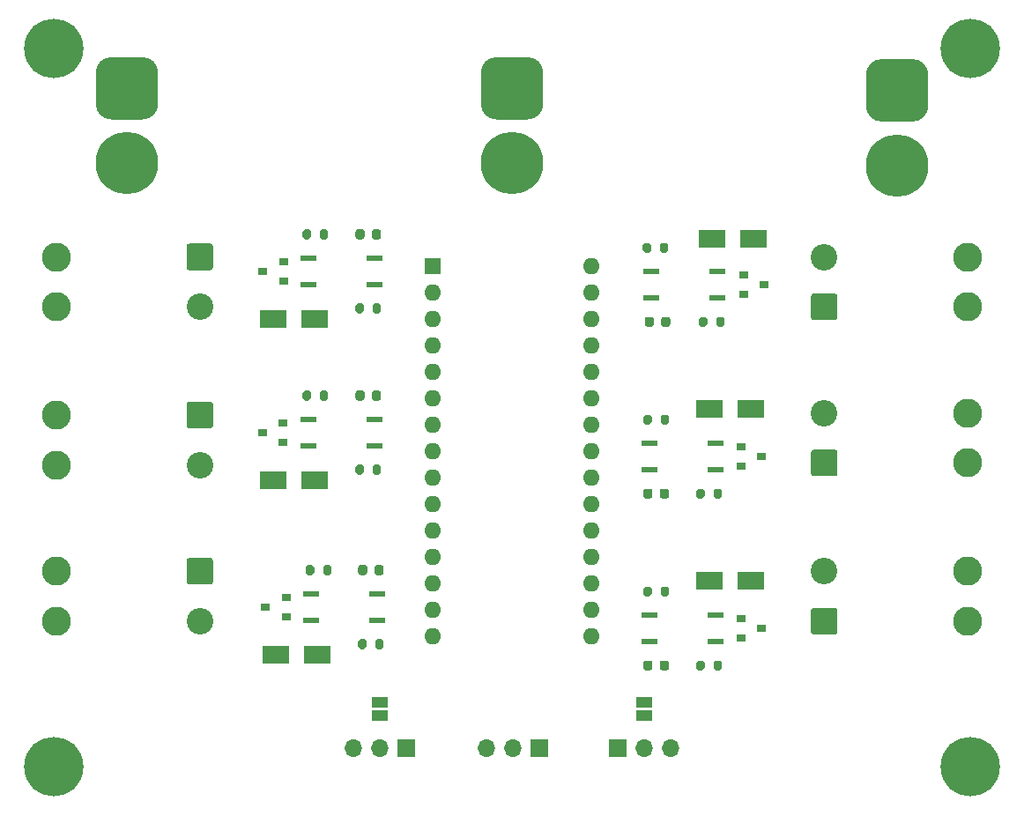
<source format=gbr>
G04 #@! TF.GenerationSoftware,KiCad,Pcbnew,(5.1.9)-1*
G04 #@! TF.CreationDate,2021-06-08T18:40:06+01:00*
G04 #@! TF.ProjectId,BrushlessPlatform V1 - SMD,42727573-686c-4657-9373-506c6174666f,rev?*
G04 #@! TF.SameCoordinates,Original*
G04 #@! TF.FileFunction,Soldermask,Top*
G04 #@! TF.FilePolarity,Negative*
%FSLAX46Y46*%
G04 Gerber Fmt 4.6, Leading zero omitted, Abs format (unit mm)*
G04 Created by KiCad (PCBNEW (5.1.9)-1) date 2021-06-08 18:40:06*
%MOMM*%
%LPD*%
G01*
G04 APERTURE LIST*
%ADD10C,2.800000*%
%ADD11C,2.550000*%
%ADD12C,6.000000*%
%ADD13C,5.700000*%
%ADD14O,1.600000X1.600000*%
%ADD15R,1.600000X1.600000*%
%ADD16R,2.500000X1.800000*%
%ADD17R,1.500000X0.600000*%
%ADD18R,0.900000X0.800000*%
%ADD19R,1.500000X1.000000*%
%ADD20O,1.700000X1.700000*%
%ADD21R,1.700000X1.700000*%
G04 APERTURE END LIST*
D10*
X-109800000Y-59800000D03*
X-109800000Y-55000000D03*
D11*
X-96000000Y-59800000D03*
G36*
G01*
X-97025001Y-53725000D02*
X-94974999Y-53725000D01*
G75*
G02*
X-94725000Y-53974999I0J-249999D01*
G01*
X-94725000Y-56025001D01*
G75*
G02*
X-94974999Y-56275000I-249999J0D01*
G01*
X-97025001Y-56275000D01*
G75*
G02*
X-97275000Y-56025001I0J249999D01*
G01*
X-97275000Y-53974999D01*
G75*
G02*
X-97025001Y-53725000I249999J0D01*
G01*
G37*
G36*
G01*
X-30500000Y-36000000D02*
X-27500000Y-36000000D01*
G75*
G02*
X-26000000Y-37500000I0J-1500000D01*
G01*
X-26000000Y-40500000D01*
G75*
G02*
X-27500000Y-42000000I-1500000J0D01*
G01*
X-30500000Y-42000000D01*
G75*
G02*
X-32000000Y-40500000I0J1500000D01*
G01*
X-32000000Y-37500000D01*
G75*
G02*
X-30500000Y-36000000I1500000J0D01*
G01*
G37*
D12*
X-29000000Y-46200000D03*
G36*
G01*
X-104500000Y-35800000D02*
X-101500000Y-35800000D01*
G75*
G02*
X-100000000Y-37300000I0J-1500000D01*
G01*
X-100000000Y-40300000D01*
G75*
G02*
X-101500000Y-41800000I-1500000J0D01*
G01*
X-104500000Y-41800000D01*
G75*
G02*
X-106000000Y-40300000I0J1500000D01*
G01*
X-106000000Y-37300000D01*
G75*
G02*
X-104500000Y-35800000I1500000J0D01*
G01*
G37*
X-103000000Y-46000000D03*
G36*
G01*
X-67500000Y-35800000D02*
X-64500000Y-35800000D01*
G75*
G02*
X-63000000Y-37300000I0J-1500000D01*
G01*
X-63000000Y-40300000D01*
G75*
G02*
X-64500000Y-41800000I-1500000J0D01*
G01*
X-67500000Y-41800000D01*
G75*
G02*
X-69000000Y-40300000I0J1500000D01*
G01*
X-69000000Y-37300000D01*
G75*
G02*
X-67500000Y-35800000I1500000J0D01*
G01*
G37*
X-66000000Y-46000000D03*
D13*
X-110000000Y-104000000D03*
X-110000000Y-35000000D03*
D14*
X-58420000Y-91440000D03*
X-73660000Y-91440000D03*
X-58420000Y-55880000D03*
X-73660000Y-88900000D03*
X-58420000Y-58420000D03*
X-73660000Y-86360000D03*
X-58420000Y-60960000D03*
X-73660000Y-83820000D03*
X-58420000Y-63500000D03*
X-73660000Y-81280000D03*
X-58420000Y-66040000D03*
X-73660000Y-78740000D03*
X-58420000Y-68580000D03*
X-73660000Y-76200000D03*
X-58420000Y-71120000D03*
X-73660000Y-73660000D03*
X-58420000Y-73660000D03*
X-73660000Y-71120000D03*
X-58420000Y-76200000D03*
X-73660000Y-68580000D03*
X-58420000Y-78740000D03*
X-73660000Y-66040000D03*
X-58420000Y-81280000D03*
X-73660000Y-63500000D03*
X-58420000Y-83820000D03*
X-73660000Y-60960000D03*
X-58420000Y-86360000D03*
X-73660000Y-58420000D03*
X-58420000Y-88900000D03*
D15*
X-73660000Y-55880000D03*
D10*
X-109800000Y-90000000D03*
X-109800000Y-85200000D03*
D11*
X-96000000Y-90000000D03*
G36*
G01*
X-97025001Y-83925000D02*
X-94974999Y-83925000D01*
G75*
G02*
X-94725000Y-84174999I0J-249999D01*
G01*
X-94725000Y-86225001D01*
G75*
G02*
X-94974999Y-86475000I-249999J0D01*
G01*
X-97025001Y-86475000D01*
G75*
G02*
X-97275000Y-86225001I0J249999D01*
G01*
X-97275000Y-84174999D01*
G75*
G02*
X-97025001Y-83925000I249999J0D01*
G01*
G37*
D10*
X-109800000Y-75000000D03*
X-109800000Y-70200000D03*
D11*
X-96000000Y-75000000D03*
G36*
G01*
X-97025001Y-68925000D02*
X-94974999Y-68925000D01*
G75*
G02*
X-94725000Y-69174999I0J-249999D01*
G01*
X-94725000Y-71225001D01*
G75*
G02*
X-94974999Y-71475000I-249999J0D01*
G01*
X-97025001Y-71475000D01*
G75*
G02*
X-97275000Y-71225001I0J249999D01*
G01*
X-97275000Y-69174999D01*
G75*
G02*
X-97025001Y-68925000I249999J0D01*
G01*
G37*
D10*
X-22200000Y-85200000D03*
X-22200000Y-90000000D03*
D11*
X-36000000Y-85200000D03*
G36*
G01*
X-34974999Y-91275000D02*
X-37025001Y-91275000D01*
G75*
G02*
X-37275000Y-91025001I0J249999D01*
G01*
X-37275000Y-88974999D01*
G75*
G02*
X-37025001Y-88725000I249999J0D01*
G01*
X-34974999Y-88725000D01*
G75*
G02*
X-34725000Y-88974999I0J-249999D01*
G01*
X-34725000Y-91025001D01*
G75*
G02*
X-34974999Y-91275000I-249999J0D01*
G01*
G37*
D10*
X-22200000Y-70000000D03*
X-22200000Y-74800000D03*
D11*
X-36000000Y-70000000D03*
G36*
G01*
X-34974999Y-76075000D02*
X-37025001Y-76075000D01*
G75*
G02*
X-37275000Y-75825001I0J249999D01*
G01*
X-37275000Y-73774999D01*
G75*
G02*
X-37025001Y-73525000I249999J0D01*
G01*
X-34974999Y-73525000D01*
G75*
G02*
X-34725000Y-73774999I0J-249999D01*
G01*
X-34725000Y-75825001D01*
G75*
G02*
X-34974999Y-76075000I-249999J0D01*
G01*
G37*
D10*
X-22200000Y-55000000D03*
X-22200000Y-59800000D03*
D11*
X-36000000Y-55000000D03*
G36*
G01*
X-34974999Y-61075000D02*
X-37025001Y-61075000D01*
G75*
G02*
X-37275000Y-60825001I0J249999D01*
G01*
X-37275000Y-58774999D01*
G75*
G02*
X-37025001Y-58525000I249999J0D01*
G01*
X-34974999Y-58525000D01*
G75*
G02*
X-34725000Y-58774999I0J-249999D01*
G01*
X-34725000Y-60825001D01*
G75*
G02*
X-34974999Y-61075000I-249999J0D01*
G01*
G37*
D13*
X-22000000Y-35000000D03*
X-22000000Y-104000000D03*
D16*
X-88676000Y-93218000D03*
X-84676000Y-93218000D03*
X-88930000Y-76454000D03*
X-84930000Y-76454000D03*
X-88930000Y-60960000D03*
X-84930000Y-60960000D03*
X-43036000Y-86122000D03*
X-47036000Y-86122000D03*
X-43036000Y-69612000D03*
X-47036000Y-69612000D03*
D17*
X-85279000Y-89916000D03*
X-85279000Y-87376000D03*
X-78929000Y-87376000D03*
X-78929000Y-89916000D03*
X-85533000Y-73152000D03*
X-85533000Y-70612000D03*
X-79183000Y-70612000D03*
X-79183000Y-73152000D03*
X-85533000Y-57658000D03*
X-85533000Y-55118000D03*
X-79183000Y-55118000D03*
X-79183000Y-57658000D03*
X-46433000Y-89424000D03*
X-46433000Y-91964000D03*
X-52783000Y-91964000D03*
X-52783000Y-89424000D03*
X-46433000Y-72914000D03*
X-46433000Y-75454000D03*
X-52783000Y-75454000D03*
X-52783000Y-72914000D03*
X-46306000Y-56404000D03*
X-46306000Y-58944000D03*
X-52656000Y-58944000D03*
X-52656000Y-56404000D03*
G36*
G01*
X-84157000Y-85365000D02*
X-84157000Y-84815000D01*
G75*
G02*
X-83957000Y-84615000I200000J0D01*
G01*
X-83557000Y-84615000D01*
G75*
G02*
X-83357000Y-84815000I0J-200000D01*
G01*
X-83357000Y-85365000D01*
G75*
G02*
X-83557000Y-85565000I-200000J0D01*
G01*
X-83957000Y-85565000D01*
G75*
G02*
X-84157000Y-85365000I0J200000D01*
G01*
G37*
G36*
G01*
X-85807000Y-85365000D02*
X-85807000Y-84815000D01*
G75*
G02*
X-85607000Y-84615000I200000J0D01*
G01*
X-85207000Y-84615000D01*
G75*
G02*
X-85007000Y-84815000I0J-200000D01*
G01*
X-85007000Y-85365000D01*
G75*
G02*
X-85207000Y-85565000I-200000J0D01*
G01*
X-85607000Y-85565000D01*
G75*
G02*
X-85807000Y-85365000I0J200000D01*
G01*
G37*
G36*
G01*
X-84473000Y-68601000D02*
X-84473000Y-68051000D01*
G75*
G02*
X-84273000Y-67851000I200000J0D01*
G01*
X-83873000Y-67851000D01*
G75*
G02*
X-83673000Y-68051000I0J-200000D01*
G01*
X-83673000Y-68601000D01*
G75*
G02*
X-83873000Y-68801000I-200000J0D01*
G01*
X-84273000Y-68801000D01*
G75*
G02*
X-84473000Y-68601000I0J200000D01*
G01*
G37*
G36*
G01*
X-86123000Y-68601000D02*
X-86123000Y-68051000D01*
G75*
G02*
X-85923000Y-67851000I200000J0D01*
G01*
X-85523000Y-67851000D01*
G75*
G02*
X-85323000Y-68051000I0J-200000D01*
G01*
X-85323000Y-68601000D01*
G75*
G02*
X-85523000Y-68801000I-200000J0D01*
G01*
X-85923000Y-68801000D01*
G75*
G02*
X-86123000Y-68601000I0J200000D01*
G01*
G37*
G36*
G01*
X-84473000Y-53107000D02*
X-84473000Y-52557000D01*
G75*
G02*
X-84273000Y-52357000I200000J0D01*
G01*
X-83873000Y-52357000D01*
G75*
G02*
X-83673000Y-52557000I0J-200000D01*
G01*
X-83673000Y-53107000D01*
G75*
G02*
X-83873000Y-53307000I-200000J0D01*
G01*
X-84273000Y-53307000D01*
G75*
G02*
X-84473000Y-53107000I0J200000D01*
G01*
G37*
G36*
G01*
X-86123000Y-53107000D02*
X-86123000Y-52557000D01*
G75*
G02*
X-85923000Y-52357000I200000J0D01*
G01*
X-85523000Y-52357000D01*
G75*
G02*
X-85323000Y-52557000I0J-200000D01*
G01*
X-85323000Y-53107000D01*
G75*
G02*
X-85523000Y-53307000I-200000J0D01*
G01*
X-85923000Y-53307000D01*
G75*
G02*
X-86123000Y-53107000I0J200000D01*
G01*
G37*
G36*
G01*
X-47493000Y-93975000D02*
X-47493000Y-94525000D01*
G75*
G02*
X-47693000Y-94725000I-200000J0D01*
G01*
X-48093000Y-94725000D01*
G75*
G02*
X-48293000Y-94525000I0J200000D01*
G01*
X-48293000Y-93975000D01*
G75*
G02*
X-48093000Y-93775000I200000J0D01*
G01*
X-47693000Y-93775000D01*
G75*
G02*
X-47493000Y-93975000I0J-200000D01*
G01*
G37*
G36*
G01*
X-45843000Y-93975000D02*
X-45843000Y-94525000D01*
G75*
G02*
X-46043000Y-94725000I-200000J0D01*
G01*
X-46443000Y-94725000D01*
G75*
G02*
X-46643000Y-94525000I0J200000D01*
G01*
X-46643000Y-93975000D01*
G75*
G02*
X-46443000Y-93775000I200000J0D01*
G01*
X-46043000Y-93775000D01*
G75*
G02*
X-45843000Y-93975000I0J-200000D01*
G01*
G37*
G36*
G01*
X-47493000Y-77465000D02*
X-47493000Y-78015000D01*
G75*
G02*
X-47693000Y-78215000I-200000J0D01*
G01*
X-48093000Y-78215000D01*
G75*
G02*
X-48293000Y-78015000I0J200000D01*
G01*
X-48293000Y-77465000D01*
G75*
G02*
X-48093000Y-77265000I200000J0D01*
G01*
X-47693000Y-77265000D01*
G75*
G02*
X-47493000Y-77465000I0J-200000D01*
G01*
G37*
G36*
G01*
X-45843000Y-77465000D02*
X-45843000Y-78015000D01*
G75*
G02*
X-46043000Y-78215000I-200000J0D01*
G01*
X-46443000Y-78215000D01*
G75*
G02*
X-46643000Y-78015000I0J200000D01*
G01*
X-46643000Y-77465000D01*
G75*
G02*
X-46443000Y-77265000I200000J0D01*
G01*
X-46043000Y-77265000D01*
G75*
G02*
X-45843000Y-77465000I0J-200000D01*
G01*
G37*
G36*
G01*
X-47239000Y-60955000D02*
X-47239000Y-61505000D01*
G75*
G02*
X-47439000Y-61705000I-200000J0D01*
G01*
X-47839000Y-61705000D01*
G75*
G02*
X-48039000Y-61505000I0J200000D01*
G01*
X-48039000Y-60955000D01*
G75*
G02*
X-47839000Y-60755000I200000J0D01*
G01*
X-47439000Y-60755000D01*
G75*
G02*
X-47239000Y-60955000I0J-200000D01*
G01*
G37*
G36*
G01*
X-45589000Y-60955000D02*
X-45589000Y-61505000D01*
G75*
G02*
X-45789000Y-61705000I-200000J0D01*
G01*
X-46189000Y-61705000D01*
G75*
G02*
X-46389000Y-61505000I0J200000D01*
G01*
X-46389000Y-60955000D01*
G75*
G02*
X-46189000Y-60755000I200000J0D01*
G01*
X-45789000Y-60755000D01*
G75*
G02*
X-45589000Y-60955000I0J-200000D01*
G01*
G37*
G36*
G01*
X-79989000Y-91927000D02*
X-79989000Y-92477000D01*
G75*
G02*
X-80189000Y-92677000I-200000J0D01*
G01*
X-80589000Y-92677000D01*
G75*
G02*
X-80789000Y-92477000I0J200000D01*
G01*
X-80789000Y-91927000D01*
G75*
G02*
X-80589000Y-91727000I200000J0D01*
G01*
X-80189000Y-91727000D01*
G75*
G02*
X-79989000Y-91927000I0J-200000D01*
G01*
G37*
G36*
G01*
X-78339000Y-91927000D02*
X-78339000Y-92477000D01*
G75*
G02*
X-78539000Y-92677000I-200000J0D01*
G01*
X-78939000Y-92677000D01*
G75*
G02*
X-79139000Y-92477000I0J200000D01*
G01*
X-79139000Y-91927000D01*
G75*
G02*
X-78939000Y-91727000I200000J0D01*
G01*
X-78539000Y-91727000D01*
G75*
G02*
X-78339000Y-91927000I0J-200000D01*
G01*
G37*
G36*
G01*
X-80243000Y-75163000D02*
X-80243000Y-75713000D01*
G75*
G02*
X-80443000Y-75913000I-200000J0D01*
G01*
X-80843000Y-75913000D01*
G75*
G02*
X-81043000Y-75713000I0J200000D01*
G01*
X-81043000Y-75163000D01*
G75*
G02*
X-80843000Y-74963000I200000J0D01*
G01*
X-80443000Y-74963000D01*
G75*
G02*
X-80243000Y-75163000I0J-200000D01*
G01*
G37*
G36*
G01*
X-78593000Y-75163000D02*
X-78593000Y-75713000D01*
G75*
G02*
X-78793000Y-75913000I-200000J0D01*
G01*
X-79193000Y-75913000D01*
G75*
G02*
X-79393000Y-75713000I0J200000D01*
G01*
X-79393000Y-75163000D01*
G75*
G02*
X-79193000Y-74963000I200000J0D01*
G01*
X-78793000Y-74963000D01*
G75*
G02*
X-78593000Y-75163000I0J-200000D01*
G01*
G37*
G36*
G01*
X-80243000Y-59669000D02*
X-80243000Y-60219000D01*
G75*
G02*
X-80443000Y-60419000I-200000J0D01*
G01*
X-80843000Y-60419000D01*
G75*
G02*
X-81043000Y-60219000I0J200000D01*
G01*
X-81043000Y-59669000D01*
G75*
G02*
X-80843000Y-59469000I200000J0D01*
G01*
X-80443000Y-59469000D01*
G75*
G02*
X-80243000Y-59669000I0J-200000D01*
G01*
G37*
G36*
G01*
X-78593000Y-59669000D02*
X-78593000Y-60219000D01*
G75*
G02*
X-78793000Y-60419000I-200000J0D01*
G01*
X-79193000Y-60419000D01*
G75*
G02*
X-79393000Y-60219000I0J200000D01*
G01*
X-79393000Y-59669000D01*
G75*
G02*
X-79193000Y-59469000I200000J0D01*
G01*
X-78793000Y-59469000D01*
G75*
G02*
X-78593000Y-59669000I0J-200000D01*
G01*
G37*
G36*
G01*
X-51723000Y-87413000D02*
X-51723000Y-86863000D01*
G75*
G02*
X-51523000Y-86663000I200000J0D01*
G01*
X-51123000Y-86663000D01*
G75*
G02*
X-50923000Y-86863000I0J-200000D01*
G01*
X-50923000Y-87413000D01*
G75*
G02*
X-51123000Y-87613000I-200000J0D01*
G01*
X-51523000Y-87613000D01*
G75*
G02*
X-51723000Y-87413000I0J200000D01*
G01*
G37*
G36*
G01*
X-53373000Y-87413000D02*
X-53373000Y-86863000D01*
G75*
G02*
X-53173000Y-86663000I200000J0D01*
G01*
X-52773000Y-86663000D01*
G75*
G02*
X-52573000Y-86863000I0J-200000D01*
G01*
X-52573000Y-87413000D01*
G75*
G02*
X-52773000Y-87613000I-200000J0D01*
G01*
X-53173000Y-87613000D01*
G75*
G02*
X-53373000Y-87413000I0J200000D01*
G01*
G37*
G36*
G01*
X-51723000Y-70903000D02*
X-51723000Y-70353000D01*
G75*
G02*
X-51523000Y-70153000I200000J0D01*
G01*
X-51123000Y-70153000D01*
G75*
G02*
X-50923000Y-70353000I0J-200000D01*
G01*
X-50923000Y-70903000D01*
G75*
G02*
X-51123000Y-71103000I-200000J0D01*
G01*
X-51523000Y-71103000D01*
G75*
G02*
X-51723000Y-70903000I0J200000D01*
G01*
G37*
G36*
G01*
X-53373000Y-70903000D02*
X-53373000Y-70353000D01*
G75*
G02*
X-53173000Y-70153000I200000J0D01*
G01*
X-52773000Y-70153000D01*
G75*
G02*
X-52573000Y-70353000I0J-200000D01*
G01*
X-52573000Y-70903000D01*
G75*
G02*
X-52773000Y-71103000I-200000J0D01*
G01*
X-53173000Y-71103000D01*
G75*
G02*
X-53373000Y-70903000I0J200000D01*
G01*
G37*
G36*
G01*
X-51786000Y-54393000D02*
X-51786000Y-53843000D01*
G75*
G02*
X-51586000Y-53643000I200000J0D01*
G01*
X-51186000Y-53643000D01*
G75*
G02*
X-50986000Y-53843000I0J-200000D01*
G01*
X-50986000Y-54393000D01*
G75*
G02*
X-51186000Y-54593000I-200000J0D01*
G01*
X-51586000Y-54593000D01*
G75*
G02*
X-51786000Y-54393000I0J200000D01*
G01*
G37*
G36*
G01*
X-53436000Y-54393000D02*
X-53436000Y-53843000D01*
G75*
G02*
X-53236000Y-53643000I200000J0D01*
G01*
X-52836000Y-53643000D01*
G75*
G02*
X-52636000Y-53843000I0J-200000D01*
G01*
X-52636000Y-54393000D01*
G75*
G02*
X-52836000Y-54593000I-200000J0D01*
G01*
X-53236000Y-54593000D01*
G75*
G02*
X-53436000Y-54393000I0J200000D01*
G01*
G37*
D18*
X-89708000Y-88646000D03*
X-87708000Y-87696000D03*
X-87708000Y-89596000D03*
X-89978000Y-71882000D03*
X-87978000Y-70932000D03*
X-87978000Y-72832000D03*
X-89962000Y-56388000D03*
X-87962000Y-55438000D03*
X-87962000Y-57338000D03*
X-42004000Y-90694000D03*
X-44004000Y-91644000D03*
X-44004000Y-89744000D03*
X-42004000Y-74184000D03*
X-44004000Y-75134000D03*
X-44004000Y-73234000D03*
X-41750000Y-57674000D03*
X-43750000Y-58624000D03*
X-43750000Y-56724000D03*
D19*
X-78740000Y-97775000D03*
X-78740000Y-99075000D03*
X-53340000Y-97760000D03*
X-53340000Y-99060000D03*
D20*
X-68455000Y-102235000D03*
X-65915000Y-102235000D03*
D21*
X-63375000Y-102235000D03*
D20*
X-81280000Y-102235000D03*
X-78740000Y-102235000D03*
D21*
X-76200000Y-102235000D03*
D20*
X-50800000Y-102235000D03*
X-53340000Y-102235000D03*
D21*
X-55880000Y-102235000D03*
D16*
X-42782000Y-53229000D03*
X-46782000Y-53229000D03*
G36*
G01*
X-79914000Y-84833750D02*
X-79914000Y-85346250D01*
G75*
G02*
X-80132750Y-85565000I-218750J0D01*
G01*
X-80570250Y-85565000D01*
G75*
G02*
X-80789000Y-85346250I0J218750D01*
G01*
X-80789000Y-84833750D01*
G75*
G02*
X-80570250Y-84615000I218750J0D01*
G01*
X-80132750Y-84615000D01*
G75*
G02*
X-79914000Y-84833750I0J-218750D01*
G01*
G37*
G36*
G01*
X-78339000Y-84833750D02*
X-78339000Y-85346250D01*
G75*
G02*
X-78557750Y-85565000I-218750J0D01*
G01*
X-78995250Y-85565000D01*
G75*
G02*
X-79214000Y-85346250I0J218750D01*
G01*
X-79214000Y-84833750D01*
G75*
G02*
X-78995250Y-84615000I218750J0D01*
G01*
X-78557750Y-84615000D01*
G75*
G02*
X-78339000Y-84833750I0J-218750D01*
G01*
G37*
G36*
G01*
X-80168000Y-68069750D02*
X-80168000Y-68582250D01*
G75*
G02*
X-80386750Y-68801000I-218750J0D01*
G01*
X-80824250Y-68801000D01*
G75*
G02*
X-81043000Y-68582250I0J218750D01*
G01*
X-81043000Y-68069750D01*
G75*
G02*
X-80824250Y-67851000I218750J0D01*
G01*
X-80386750Y-67851000D01*
G75*
G02*
X-80168000Y-68069750I0J-218750D01*
G01*
G37*
G36*
G01*
X-78593000Y-68069750D02*
X-78593000Y-68582250D01*
G75*
G02*
X-78811750Y-68801000I-218750J0D01*
G01*
X-79249250Y-68801000D01*
G75*
G02*
X-79468000Y-68582250I0J218750D01*
G01*
X-79468000Y-68069750D01*
G75*
G02*
X-79249250Y-67851000I218750J0D01*
G01*
X-78811750Y-67851000D01*
G75*
G02*
X-78593000Y-68069750I0J-218750D01*
G01*
G37*
G36*
G01*
X-80168000Y-52575750D02*
X-80168000Y-53088250D01*
G75*
G02*
X-80386750Y-53307000I-218750J0D01*
G01*
X-80824250Y-53307000D01*
G75*
G02*
X-81043000Y-53088250I0J218750D01*
G01*
X-81043000Y-52575750D01*
G75*
G02*
X-80824250Y-52357000I218750J0D01*
G01*
X-80386750Y-52357000D01*
G75*
G02*
X-80168000Y-52575750I0J-218750D01*
G01*
G37*
G36*
G01*
X-78593000Y-52575750D02*
X-78593000Y-53088250D01*
G75*
G02*
X-78811750Y-53307000I-218750J0D01*
G01*
X-79249250Y-53307000D01*
G75*
G02*
X-79468000Y-53088250I0J218750D01*
G01*
X-79468000Y-52575750D01*
G75*
G02*
X-79249250Y-52357000I218750J0D01*
G01*
X-78811750Y-52357000D01*
G75*
G02*
X-78593000Y-52575750I0J-218750D01*
G01*
G37*
G36*
G01*
X-51798000Y-94506250D02*
X-51798000Y-93993750D01*
G75*
G02*
X-51579250Y-93775000I218750J0D01*
G01*
X-51141750Y-93775000D01*
G75*
G02*
X-50923000Y-93993750I0J-218750D01*
G01*
X-50923000Y-94506250D01*
G75*
G02*
X-51141750Y-94725000I-218750J0D01*
G01*
X-51579250Y-94725000D01*
G75*
G02*
X-51798000Y-94506250I0J218750D01*
G01*
G37*
G36*
G01*
X-53373000Y-94506250D02*
X-53373000Y-93993750D01*
G75*
G02*
X-53154250Y-93775000I218750J0D01*
G01*
X-52716750Y-93775000D01*
G75*
G02*
X-52498000Y-93993750I0J-218750D01*
G01*
X-52498000Y-94506250D01*
G75*
G02*
X-52716750Y-94725000I-218750J0D01*
G01*
X-53154250Y-94725000D01*
G75*
G02*
X-53373000Y-94506250I0J218750D01*
G01*
G37*
G36*
G01*
X-51798000Y-77996250D02*
X-51798000Y-77483750D01*
G75*
G02*
X-51579250Y-77265000I218750J0D01*
G01*
X-51141750Y-77265000D01*
G75*
G02*
X-50923000Y-77483750I0J-218750D01*
G01*
X-50923000Y-77996250D01*
G75*
G02*
X-51141750Y-78215000I-218750J0D01*
G01*
X-51579250Y-78215000D01*
G75*
G02*
X-51798000Y-77996250I0J218750D01*
G01*
G37*
G36*
G01*
X-53373000Y-77996250D02*
X-53373000Y-77483750D01*
G75*
G02*
X-53154250Y-77265000I218750J0D01*
G01*
X-52716750Y-77265000D01*
G75*
G02*
X-52498000Y-77483750I0J-218750D01*
G01*
X-52498000Y-77996250D01*
G75*
G02*
X-52716750Y-78215000I-218750J0D01*
G01*
X-53154250Y-78215000D01*
G75*
G02*
X-53373000Y-77996250I0J218750D01*
G01*
G37*
G36*
G01*
X-51671000Y-61486250D02*
X-51671000Y-60973750D01*
G75*
G02*
X-51452250Y-60755000I218750J0D01*
G01*
X-51014750Y-60755000D01*
G75*
G02*
X-50796000Y-60973750I0J-218750D01*
G01*
X-50796000Y-61486250D01*
G75*
G02*
X-51014750Y-61705000I-218750J0D01*
G01*
X-51452250Y-61705000D01*
G75*
G02*
X-51671000Y-61486250I0J218750D01*
G01*
G37*
G36*
G01*
X-53246000Y-61486250D02*
X-53246000Y-60973750D01*
G75*
G02*
X-53027250Y-60755000I218750J0D01*
G01*
X-52589750Y-60755000D01*
G75*
G02*
X-52371000Y-60973750I0J-218750D01*
G01*
X-52371000Y-61486250D01*
G75*
G02*
X-52589750Y-61705000I-218750J0D01*
G01*
X-53027250Y-61705000D01*
G75*
G02*
X-53246000Y-61486250I0J218750D01*
G01*
G37*
M02*

</source>
